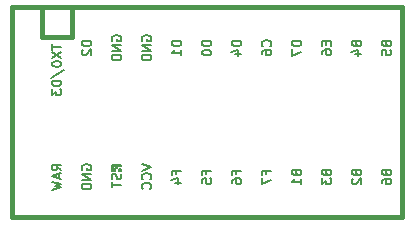
<source format=gbo>
G04 #@! TF.GenerationSoftware,KiCad,Pcbnew,(5.1.4)-1*
G04 #@! TF.CreationDate,2021-09-01T12:37:59-10:00*
G04 #@! TF.ProjectId,oya45,6f796134-352e-46b6-9963-61645f706362,rev?*
G04 #@! TF.SameCoordinates,Original*
G04 #@! TF.FileFunction,Legend,Bot*
G04 #@! TF.FilePolarity,Positive*
%FSLAX46Y46*%
G04 Gerber Fmt 4.6, Leading zero omitted, Abs format (unit mm)*
G04 Created by KiCad (PCBNEW (5.1.4)-1) date 2021-09-01 12:37:59*
%MOMM*%
%LPD*%
G04 APERTURE LIST*
%ADD10C,0.381000*%
%ADD11C,0.150000*%
%ADD12C,1.852000*%
%ADD13C,4.089800*%
%ADD14R,1.854600X1.854600*%
%ADD15C,1.854600*%
%ADD16C,3.150000*%
G04 APERTURE END LIST*
D10*
X102235000Y-29210000D02*
X132715000Y-29210000D01*
X132715000Y-29210000D02*
X132715000Y-46990000D01*
X132715000Y-46990000D02*
X102235000Y-46990000D01*
X102235000Y-31750000D02*
X104775000Y-31750000D01*
X104775000Y-31750000D02*
X104775000Y-29210000D01*
D11*
G36*
X108114360Y-43031568D02*
G01*
X108414360Y-43031568D01*
X108414360Y-42931568D01*
X108114360Y-42931568D01*
X108114360Y-43031568D01*
G37*
X108114360Y-43031568D02*
X108414360Y-43031568D01*
X108414360Y-42931568D01*
X108114360Y-42931568D01*
X108114360Y-43031568D01*
G36*
X108514360Y-42831568D02*
G01*
X108614360Y-42831568D01*
X108614360Y-42731568D01*
X108514360Y-42731568D01*
X108514360Y-42831568D01*
G37*
X108514360Y-42831568D02*
X108614360Y-42831568D01*
X108614360Y-42731568D01*
X108514360Y-42731568D01*
X108514360Y-42831568D01*
G36*
X108114360Y-43031568D02*
G01*
X108214360Y-43031568D01*
X108214360Y-42531568D01*
X108114360Y-42531568D01*
X108114360Y-43031568D01*
G37*
X108114360Y-43031568D02*
X108214360Y-43031568D01*
X108214360Y-42531568D01*
X108114360Y-42531568D01*
X108114360Y-43031568D01*
G36*
X108114360Y-42631568D02*
G01*
X108914360Y-42631568D01*
X108914360Y-42531568D01*
X108114360Y-42531568D01*
X108114360Y-42631568D01*
G37*
X108114360Y-42631568D02*
X108914360Y-42631568D01*
X108914360Y-42531568D01*
X108114360Y-42531568D01*
X108114360Y-42631568D01*
G36*
X108714360Y-43031568D02*
G01*
X108914360Y-43031568D01*
X108914360Y-42931568D01*
X108714360Y-42931568D01*
X108714360Y-43031568D01*
G37*
X108714360Y-43031568D02*
X108914360Y-43031568D01*
X108914360Y-42931568D01*
X108714360Y-42931568D01*
X108714360Y-43031568D01*
D10*
X102235000Y-46990000D02*
X99695000Y-46990000D01*
X99695000Y-46990000D02*
X99695000Y-29210000D01*
X99695000Y-29210000D02*
X102235000Y-29210000D01*
X102235000Y-31750000D02*
X102235000Y-29210000D01*
D11*
X128847857Y-43237190D02*
X128885952Y-43351476D01*
X128924047Y-43389571D01*
X129000238Y-43427666D01*
X129114523Y-43427666D01*
X129190714Y-43389571D01*
X129228809Y-43351476D01*
X129266904Y-43275285D01*
X129266904Y-42970523D01*
X128466904Y-42970523D01*
X128466904Y-43237190D01*
X128505000Y-43313380D01*
X128543095Y-43351476D01*
X128619285Y-43389571D01*
X128695476Y-43389571D01*
X128771666Y-43351476D01*
X128809761Y-43313380D01*
X128847857Y-43237190D01*
X128847857Y-42970523D01*
X128543095Y-43732428D02*
X128505000Y-43770523D01*
X128466904Y-43846714D01*
X128466904Y-44037190D01*
X128505000Y-44113380D01*
X128543095Y-44151476D01*
X128619285Y-44189571D01*
X128695476Y-44189571D01*
X128809761Y-44151476D01*
X129266904Y-43694333D01*
X129266904Y-44189571D01*
X121227857Y-43294333D02*
X121227857Y-43027666D01*
X121646904Y-43027666D02*
X120846904Y-43027666D01*
X120846904Y-43408619D01*
X120846904Y-43637190D02*
X120846904Y-44170523D01*
X121646904Y-43827666D01*
X118687857Y-43294333D02*
X118687857Y-43027666D01*
X119106904Y-43027666D02*
X118306904Y-43027666D01*
X118306904Y-43408619D01*
X118306904Y-44056238D02*
X118306904Y-43903857D01*
X118345000Y-43827666D01*
X118383095Y-43789571D01*
X118497380Y-43713380D01*
X118649761Y-43675285D01*
X118954523Y-43675285D01*
X119030714Y-43713380D01*
X119068809Y-43751476D01*
X119106904Y-43827666D01*
X119106904Y-43980047D01*
X119068809Y-44056238D01*
X119030714Y-44094333D01*
X118954523Y-44132428D01*
X118764047Y-44132428D01*
X118687857Y-44094333D01*
X118649761Y-44056238D01*
X118611666Y-43980047D01*
X118611666Y-43827666D01*
X118649761Y-43751476D01*
X118687857Y-43713380D01*
X118764047Y-43675285D01*
X116147857Y-43294333D02*
X116147857Y-43027666D01*
X116566904Y-43027666D02*
X115766904Y-43027666D01*
X115766904Y-43408619D01*
X115766904Y-44094333D02*
X115766904Y-43713380D01*
X116147857Y-43675285D01*
X116109761Y-43713380D01*
X116071666Y-43789571D01*
X116071666Y-43980047D01*
X116109761Y-44056238D01*
X116147857Y-44094333D01*
X116224047Y-44132428D01*
X116414523Y-44132428D01*
X116490714Y-44094333D01*
X116528809Y-44056238D01*
X116566904Y-43980047D01*
X116566904Y-43789571D01*
X116528809Y-43713380D01*
X116490714Y-43675285D01*
X103866904Y-43008619D02*
X103485952Y-42741952D01*
X103866904Y-42551476D02*
X103066904Y-42551476D01*
X103066904Y-42856238D01*
X103105000Y-42932428D01*
X103143095Y-42970523D01*
X103219285Y-43008619D01*
X103333571Y-43008619D01*
X103409761Y-42970523D01*
X103447857Y-42932428D01*
X103485952Y-42856238D01*
X103485952Y-42551476D01*
X103638333Y-43313380D02*
X103638333Y-43694333D01*
X103866904Y-43237190D02*
X103066904Y-43503857D01*
X103866904Y-43770523D01*
X103066904Y-43961000D02*
X103866904Y-44151476D01*
X103295476Y-44303857D01*
X103866904Y-44456238D01*
X103066904Y-44646714D01*
X105645000Y-42951476D02*
X105606904Y-42875285D01*
X105606904Y-42761000D01*
X105645000Y-42646714D01*
X105721190Y-42570523D01*
X105797380Y-42532428D01*
X105949761Y-42494333D01*
X106064047Y-42494333D01*
X106216428Y-42532428D01*
X106292619Y-42570523D01*
X106368809Y-42646714D01*
X106406904Y-42761000D01*
X106406904Y-42837190D01*
X106368809Y-42951476D01*
X106330714Y-42989571D01*
X106064047Y-42989571D01*
X106064047Y-42837190D01*
X106406904Y-43332428D02*
X105606904Y-43332428D01*
X106406904Y-43789571D01*
X105606904Y-43789571D01*
X106406904Y-44170523D02*
X105606904Y-44170523D01*
X105606904Y-44361000D01*
X105645000Y-44475285D01*
X105721190Y-44551476D01*
X105797380Y-44589571D01*
X105949761Y-44627666D01*
X106064047Y-44627666D01*
X106216428Y-44589571D01*
X106292619Y-44551476D01*
X106368809Y-44475285D01*
X106406904Y-44361000D01*
X106406904Y-44170523D01*
X108878809Y-43299786D02*
X108916904Y-43414072D01*
X108916904Y-43604548D01*
X108878809Y-43680739D01*
X108840714Y-43718834D01*
X108764523Y-43756929D01*
X108688333Y-43756929D01*
X108612142Y-43718834D01*
X108574047Y-43680739D01*
X108535952Y-43604548D01*
X108497857Y-43452167D01*
X108459761Y-43375977D01*
X108421666Y-43337881D01*
X108345476Y-43299786D01*
X108269285Y-43299786D01*
X108193095Y-43337881D01*
X108155000Y-43375977D01*
X108116904Y-43452167D01*
X108116904Y-43642643D01*
X108155000Y-43756929D01*
X108116904Y-43985500D02*
X108116904Y-44442643D01*
X108916904Y-44214072D02*
X108116904Y-44214072D01*
X110686904Y-42494333D02*
X111486904Y-42761000D01*
X110686904Y-43027666D01*
X111410714Y-43751476D02*
X111448809Y-43713380D01*
X111486904Y-43599095D01*
X111486904Y-43522904D01*
X111448809Y-43408619D01*
X111372619Y-43332428D01*
X111296428Y-43294333D01*
X111144047Y-43256238D01*
X111029761Y-43256238D01*
X110877380Y-43294333D01*
X110801190Y-43332428D01*
X110725000Y-43408619D01*
X110686904Y-43522904D01*
X110686904Y-43599095D01*
X110725000Y-43713380D01*
X110763095Y-43751476D01*
X111410714Y-44551476D02*
X111448809Y-44513380D01*
X111486904Y-44399095D01*
X111486904Y-44322904D01*
X111448809Y-44208619D01*
X111372619Y-44132428D01*
X111296428Y-44094333D01*
X111144047Y-44056238D01*
X111029761Y-44056238D01*
X110877380Y-44094333D01*
X110801190Y-44132428D01*
X110725000Y-44208619D01*
X110686904Y-44322904D01*
X110686904Y-44399095D01*
X110725000Y-44513380D01*
X110763095Y-44551476D01*
X113607857Y-43294333D02*
X113607857Y-43027666D01*
X114026904Y-43027666D02*
X113226904Y-43027666D01*
X113226904Y-43408619D01*
X113493571Y-44056238D02*
X114026904Y-44056238D01*
X113188809Y-43865761D02*
X113760238Y-43675285D01*
X113760238Y-44170523D01*
X123767857Y-43237190D02*
X123805952Y-43351476D01*
X123844047Y-43389571D01*
X123920238Y-43427666D01*
X124034523Y-43427666D01*
X124110714Y-43389571D01*
X124148809Y-43351476D01*
X124186904Y-43275285D01*
X124186904Y-42970523D01*
X123386904Y-42970523D01*
X123386904Y-43237190D01*
X123425000Y-43313380D01*
X123463095Y-43351476D01*
X123539285Y-43389571D01*
X123615476Y-43389571D01*
X123691666Y-43351476D01*
X123729761Y-43313380D01*
X123767857Y-43237190D01*
X123767857Y-42970523D01*
X124186904Y-44189571D02*
X124186904Y-43732428D01*
X124186904Y-43961000D02*
X123386904Y-43961000D01*
X123501190Y-43884809D01*
X123577380Y-43808619D01*
X123615476Y-43732428D01*
X126307857Y-43237190D02*
X126345952Y-43351476D01*
X126384047Y-43389571D01*
X126460238Y-43427666D01*
X126574523Y-43427666D01*
X126650714Y-43389571D01*
X126688809Y-43351476D01*
X126726904Y-43275285D01*
X126726904Y-42970523D01*
X125926904Y-42970523D01*
X125926904Y-43237190D01*
X125965000Y-43313380D01*
X126003095Y-43351476D01*
X126079285Y-43389571D01*
X126155476Y-43389571D01*
X126231666Y-43351476D01*
X126269761Y-43313380D01*
X126307857Y-43237190D01*
X126307857Y-42970523D01*
X125926904Y-43694333D02*
X125926904Y-44189571D01*
X126231666Y-43922904D01*
X126231666Y-44037190D01*
X126269761Y-44113380D01*
X126307857Y-44151476D01*
X126384047Y-44189571D01*
X126574523Y-44189571D01*
X126650714Y-44151476D01*
X126688809Y-44113380D01*
X126726904Y-44037190D01*
X126726904Y-43808619D01*
X126688809Y-43732428D01*
X126650714Y-43694333D01*
X131387857Y-43237190D02*
X131425952Y-43351476D01*
X131464047Y-43389571D01*
X131540238Y-43427666D01*
X131654523Y-43427666D01*
X131730714Y-43389571D01*
X131768809Y-43351476D01*
X131806904Y-43275285D01*
X131806904Y-42970523D01*
X131006904Y-42970523D01*
X131006904Y-43237190D01*
X131045000Y-43313380D01*
X131083095Y-43351476D01*
X131159285Y-43389571D01*
X131235476Y-43389571D01*
X131311666Y-43351476D01*
X131349761Y-43313380D01*
X131387857Y-43237190D01*
X131387857Y-42970523D01*
X131006904Y-44113380D02*
X131006904Y-43961000D01*
X131045000Y-43884809D01*
X131083095Y-43846714D01*
X131197380Y-43770523D01*
X131349761Y-43732428D01*
X131654523Y-43732428D01*
X131730714Y-43770523D01*
X131768809Y-43808619D01*
X131806904Y-43884809D01*
X131806904Y-44037190D01*
X131768809Y-44113380D01*
X131730714Y-44151476D01*
X131654523Y-44189571D01*
X131464047Y-44189571D01*
X131387857Y-44151476D01*
X131349761Y-44113380D01*
X131311666Y-44037190D01*
X131311666Y-43884809D01*
X131349761Y-43808619D01*
X131387857Y-43770523D01*
X131464047Y-43732428D01*
X131387857Y-32315190D02*
X131425952Y-32429476D01*
X131464047Y-32467571D01*
X131540238Y-32505666D01*
X131654523Y-32505666D01*
X131730714Y-32467571D01*
X131768809Y-32429476D01*
X131806904Y-32353285D01*
X131806904Y-32048523D01*
X131006904Y-32048523D01*
X131006904Y-32315190D01*
X131045000Y-32391380D01*
X131083095Y-32429476D01*
X131159285Y-32467571D01*
X131235476Y-32467571D01*
X131311666Y-32429476D01*
X131349761Y-32391380D01*
X131387857Y-32315190D01*
X131387857Y-32048523D01*
X131006904Y-33229476D02*
X131006904Y-32848523D01*
X131387857Y-32810428D01*
X131349761Y-32848523D01*
X131311666Y-32924714D01*
X131311666Y-33115190D01*
X131349761Y-33191380D01*
X131387857Y-33229476D01*
X131464047Y-33267571D01*
X131654523Y-33267571D01*
X131730714Y-33229476D01*
X131768809Y-33191380D01*
X131806904Y-33115190D01*
X131806904Y-32924714D01*
X131768809Y-32848523D01*
X131730714Y-32810428D01*
X128847857Y-32315190D02*
X128885952Y-32429476D01*
X128924047Y-32467571D01*
X129000238Y-32505666D01*
X129114523Y-32505666D01*
X129190714Y-32467571D01*
X129228809Y-32429476D01*
X129266904Y-32353285D01*
X129266904Y-32048523D01*
X128466904Y-32048523D01*
X128466904Y-32315190D01*
X128505000Y-32391380D01*
X128543095Y-32429476D01*
X128619285Y-32467571D01*
X128695476Y-32467571D01*
X128771666Y-32429476D01*
X128809761Y-32391380D01*
X128847857Y-32315190D01*
X128847857Y-32048523D01*
X128733571Y-33191380D02*
X129266904Y-33191380D01*
X128428809Y-33000904D02*
X129000238Y-32810428D01*
X129000238Y-33305666D01*
X126307857Y-32086619D02*
X126307857Y-32353285D01*
X126726904Y-32467571D02*
X126726904Y-32086619D01*
X125926904Y-32086619D01*
X125926904Y-32467571D01*
X125926904Y-33153285D02*
X125926904Y-33000904D01*
X125965000Y-32924714D01*
X126003095Y-32886619D01*
X126117380Y-32810428D01*
X126269761Y-32772333D01*
X126574523Y-32772333D01*
X126650714Y-32810428D01*
X126688809Y-32848523D01*
X126726904Y-32924714D01*
X126726904Y-33077095D01*
X126688809Y-33153285D01*
X126650714Y-33191380D01*
X126574523Y-33229476D01*
X126384047Y-33229476D01*
X126307857Y-33191380D01*
X126269761Y-33153285D01*
X126231666Y-33077095D01*
X126231666Y-32924714D01*
X126269761Y-32848523D01*
X126307857Y-32810428D01*
X126384047Y-32772333D01*
X124186904Y-32048523D02*
X123386904Y-32048523D01*
X123386904Y-32239000D01*
X123425000Y-32353285D01*
X123501190Y-32429476D01*
X123577380Y-32467571D01*
X123729761Y-32505666D01*
X123844047Y-32505666D01*
X123996428Y-32467571D01*
X124072619Y-32429476D01*
X124148809Y-32353285D01*
X124186904Y-32239000D01*
X124186904Y-32048523D01*
X123386904Y-32772333D02*
X123386904Y-33305666D01*
X124186904Y-32962809D01*
X121570714Y-32505666D02*
X121608809Y-32467571D01*
X121646904Y-32353285D01*
X121646904Y-32277095D01*
X121608809Y-32162809D01*
X121532619Y-32086619D01*
X121456428Y-32048523D01*
X121304047Y-32010428D01*
X121189761Y-32010428D01*
X121037380Y-32048523D01*
X120961190Y-32086619D01*
X120885000Y-32162809D01*
X120846904Y-32277095D01*
X120846904Y-32353285D01*
X120885000Y-32467571D01*
X120923095Y-32505666D01*
X120846904Y-33191380D02*
X120846904Y-33039000D01*
X120885000Y-32962809D01*
X120923095Y-32924714D01*
X121037380Y-32848523D01*
X121189761Y-32810428D01*
X121494523Y-32810428D01*
X121570714Y-32848523D01*
X121608809Y-32886619D01*
X121646904Y-32962809D01*
X121646904Y-33115190D01*
X121608809Y-33191380D01*
X121570714Y-33229476D01*
X121494523Y-33267571D01*
X121304047Y-33267571D01*
X121227857Y-33229476D01*
X121189761Y-33191380D01*
X121151666Y-33115190D01*
X121151666Y-32962809D01*
X121189761Y-32886619D01*
X121227857Y-32848523D01*
X121304047Y-32810428D01*
X119106904Y-32048523D02*
X118306904Y-32048523D01*
X118306904Y-32239000D01*
X118345000Y-32353285D01*
X118421190Y-32429476D01*
X118497380Y-32467571D01*
X118649761Y-32505666D01*
X118764047Y-32505666D01*
X118916428Y-32467571D01*
X118992619Y-32429476D01*
X119068809Y-32353285D01*
X119106904Y-32239000D01*
X119106904Y-32048523D01*
X118573571Y-33191380D02*
X119106904Y-33191380D01*
X118268809Y-33000904D02*
X118840238Y-32810428D01*
X118840238Y-33305666D01*
X108185000Y-32029476D02*
X108146904Y-31953285D01*
X108146904Y-31839000D01*
X108185000Y-31724714D01*
X108261190Y-31648523D01*
X108337380Y-31610428D01*
X108489761Y-31572333D01*
X108604047Y-31572333D01*
X108756428Y-31610428D01*
X108832619Y-31648523D01*
X108908809Y-31724714D01*
X108946904Y-31839000D01*
X108946904Y-31915190D01*
X108908809Y-32029476D01*
X108870714Y-32067571D01*
X108604047Y-32067571D01*
X108604047Y-31915190D01*
X108946904Y-32410428D02*
X108146904Y-32410428D01*
X108946904Y-32867571D01*
X108146904Y-32867571D01*
X108946904Y-33248523D02*
X108146904Y-33248523D01*
X108146904Y-33439000D01*
X108185000Y-33553285D01*
X108261190Y-33629476D01*
X108337380Y-33667571D01*
X108489761Y-33705666D01*
X108604047Y-33705666D01*
X108756428Y-33667571D01*
X108832619Y-33629476D01*
X108908809Y-33553285D01*
X108946904Y-33439000D01*
X108946904Y-33248523D01*
X110725000Y-32029476D02*
X110686904Y-31953285D01*
X110686904Y-31839000D01*
X110725000Y-31724714D01*
X110801190Y-31648523D01*
X110877380Y-31610428D01*
X111029761Y-31572333D01*
X111144047Y-31572333D01*
X111296428Y-31610428D01*
X111372619Y-31648523D01*
X111448809Y-31724714D01*
X111486904Y-31839000D01*
X111486904Y-31915190D01*
X111448809Y-32029476D01*
X111410714Y-32067571D01*
X111144047Y-32067571D01*
X111144047Y-31915190D01*
X111486904Y-32410428D02*
X110686904Y-32410428D01*
X111486904Y-32867571D01*
X110686904Y-32867571D01*
X111486904Y-33248523D02*
X110686904Y-33248523D01*
X110686904Y-33439000D01*
X110725000Y-33553285D01*
X110801190Y-33629476D01*
X110877380Y-33667571D01*
X111029761Y-33705666D01*
X111144047Y-33705666D01*
X111296428Y-33667571D01*
X111372619Y-33629476D01*
X111448809Y-33553285D01*
X111486904Y-33439000D01*
X111486904Y-33248523D01*
X114026904Y-32048523D02*
X113226904Y-32048523D01*
X113226904Y-32239000D01*
X113265000Y-32353285D01*
X113341190Y-32429476D01*
X113417380Y-32467571D01*
X113569761Y-32505666D01*
X113684047Y-32505666D01*
X113836428Y-32467571D01*
X113912619Y-32429476D01*
X113988809Y-32353285D01*
X114026904Y-32239000D01*
X114026904Y-32048523D01*
X114026904Y-33267571D02*
X114026904Y-32810428D01*
X114026904Y-33039000D02*
X113226904Y-33039000D01*
X113341190Y-32962809D01*
X113417380Y-32886619D01*
X113455476Y-32810428D01*
X116566904Y-32048523D02*
X115766904Y-32048523D01*
X115766904Y-32239000D01*
X115805000Y-32353285D01*
X115881190Y-32429476D01*
X115957380Y-32467571D01*
X116109761Y-32505666D01*
X116224047Y-32505666D01*
X116376428Y-32467571D01*
X116452619Y-32429476D01*
X116528809Y-32353285D01*
X116566904Y-32239000D01*
X116566904Y-32048523D01*
X115766904Y-33000904D02*
X115766904Y-33077095D01*
X115805000Y-33153285D01*
X115843095Y-33191380D01*
X115919285Y-33229476D01*
X116071666Y-33267571D01*
X116262142Y-33267571D01*
X116414523Y-33229476D01*
X116490714Y-33191380D01*
X116528809Y-33153285D01*
X116566904Y-33077095D01*
X116566904Y-33000904D01*
X116528809Y-32924714D01*
X116490714Y-32886619D01*
X116414523Y-32848523D01*
X116262142Y-32810428D01*
X116071666Y-32810428D01*
X115919285Y-32848523D01*
X115843095Y-32886619D01*
X115805000Y-32924714D01*
X115766904Y-33000904D01*
X106406904Y-32048523D02*
X105606904Y-32048523D01*
X105606904Y-32239000D01*
X105645000Y-32353285D01*
X105721190Y-32429476D01*
X105797380Y-32467571D01*
X105949761Y-32505666D01*
X106064047Y-32505666D01*
X106216428Y-32467571D01*
X106292619Y-32429476D01*
X106368809Y-32353285D01*
X106406904Y-32239000D01*
X106406904Y-32048523D01*
X105683095Y-32810428D02*
X105645000Y-32848523D01*
X105606904Y-32924714D01*
X105606904Y-33115190D01*
X105645000Y-33191380D01*
X105683095Y-33229476D01*
X105759285Y-33267571D01*
X105835476Y-33267571D01*
X105949761Y-33229476D01*
X106406904Y-32772333D01*
X106406904Y-33267571D01*
X103066904Y-32337651D02*
X103066904Y-32794794D01*
X103866904Y-32566223D02*
X103066904Y-32566223D01*
X103066904Y-32985270D02*
X103866904Y-33518604D01*
X103066904Y-33518604D02*
X103866904Y-32985270D01*
X103066904Y-33975747D02*
X103066904Y-34051937D01*
X103105000Y-34128128D01*
X103143095Y-34166223D01*
X103219285Y-34204318D01*
X103371666Y-34242413D01*
X103562142Y-34242413D01*
X103714523Y-34204318D01*
X103790714Y-34166223D01*
X103828809Y-34128128D01*
X103866904Y-34051937D01*
X103866904Y-33975747D01*
X103828809Y-33899556D01*
X103790714Y-33861461D01*
X103714523Y-33823366D01*
X103562142Y-33785270D01*
X103371666Y-33785270D01*
X103219285Y-33823366D01*
X103143095Y-33861461D01*
X103105000Y-33899556D01*
X103066904Y-33975747D01*
X103028809Y-35156699D02*
X104057380Y-34470985D01*
X103866904Y-35423366D02*
X103066904Y-35423366D01*
X103066904Y-35613842D01*
X103105000Y-35728128D01*
X103181190Y-35804318D01*
X103257380Y-35842413D01*
X103409761Y-35880508D01*
X103524047Y-35880508D01*
X103676428Y-35842413D01*
X103752619Y-35804318D01*
X103828809Y-35728128D01*
X103866904Y-35613842D01*
X103866904Y-35423366D01*
X103066904Y-36147175D02*
X103066904Y-36642413D01*
X103371666Y-36375747D01*
X103371666Y-36490032D01*
X103409761Y-36566223D01*
X103447857Y-36604318D01*
X103524047Y-36642413D01*
X103714523Y-36642413D01*
X103790714Y-36604318D01*
X103828809Y-36566223D01*
X103866904Y-36490032D01*
X103866904Y-36261461D01*
X103828809Y-36185270D01*
X103790714Y-36147175D01*
%LPC*%
D12*
X90170000Y-114300000D03*
X100330000Y-114300000D03*
D13*
X95250000Y-114300000D03*
D12*
X166370000Y-114300000D03*
X176530000Y-114300000D03*
D13*
X171450000Y-114300000D03*
D12*
X137795000Y-38100000D03*
X147955000Y-38100000D03*
D13*
X142875000Y-38100000D03*
D12*
X194945000Y-38100000D03*
X205105000Y-38100000D03*
D13*
X200025000Y-38100000D03*
D12*
X213995000Y-38100000D03*
X224155000Y-38100000D03*
D13*
X219075000Y-38100000D03*
D14*
X103505000Y-30480000D03*
D15*
X106045000Y-30480000D03*
X108585000Y-30480000D03*
X111125000Y-30480000D03*
X113665000Y-30480000D03*
X116205000Y-30480000D03*
X118745000Y-30480000D03*
X121285000Y-30480000D03*
X123825000Y-30480000D03*
X126365000Y-30480000D03*
X128905000Y-30480000D03*
X131445000Y-45720000D03*
X128905000Y-45720000D03*
X126365000Y-45720000D03*
X123825000Y-45720000D03*
X121285000Y-45720000D03*
X118745000Y-45720000D03*
X116205000Y-45720000D03*
X113665000Y-45720000D03*
X111125000Y-45720000D03*
X108585000Y-45720000D03*
X106045000Y-45720000D03*
X131445000Y-30480000D03*
X103505000Y-45720000D03*
D13*
X150018750Y-106045000D03*
X173831250Y-106045000D03*
D16*
X150018750Y-121285000D03*
X173831250Y-121285000D03*
D12*
X156845000Y-114300000D03*
X167005000Y-114300000D03*
D13*
X161925000Y-114300000D03*
X111918750Y-106045000D03*
X135731250Y-106045000D03*
D16*
X111918750Y-121285000D03*
X135731250Y-121285000D03*
D12*
X118745000Y-114300000D03*
X128905000Y-114300000D03*
D13*
X123825000Y-114300000D03*
X142875000Y-114300000D03*
D12*
X147955000Y-114300000D03*
X137795000Y-114300000D03*
D16*
X190500000Y-121285000D03*
X95250000Y-121285000D03*
D13*
X190500000Y-106045000D03*
X95250000Y-106045000D03*
D12*
X175895000Y-38100000D03*
X186055000Y-38100000D03*
D13*
X180975000Y-38100000D03*
D12*
X156845000Y-38100000D03*
X167005000Y-38100000D03*
D13*
X161925000Y-38100000D03*
D12*
X223520000Y-114300000D03*
X233680000Y-114300000D03*
D13*
X228600000Y-114300000D03*
D12*
X204470000Y-114300000D03*
X214630000Y-114300000D03*
D13*
X209550000Y-114300000D03*
D12*
X185420000Y-114300000D03*
X195580000Y-114300000D03*
D13*
X190500000Y-114300000D03*
D12*
X147320000Y-114300000D03*
X157480000Y-114300000D03*
D13*
X152400000Y-114300000D03*
D12*
X128270000Y-114300000D03*
X138430000Y-114300000D03*
D13*
X133350000Y-114300000D03*
D12*
X109220000Y-114300000D03*
X119380000Y-114300000D03*
D13*
X114300000Y-114300000D03*
D12*
X71120000Y-114300000D03*
X81280000Y-114300000D03*
D13*
X76200000Y-114300000D03*
D12*
X52070000Y-114300000D03*
X62230000Y-114300000D03*
D13*
X57150000Y-114300000D03*
D12*
X223520000Y-95250000D03*
X233680000Y-95250000D03*
D13*
X228600000Y-95250000D03*
D12*
X204470000Y-95250000D03*
X214630000Y-95250000D03*
D13*
X209550000Y-95250000D03*
D12*
X185420000Y-95250000D03*
X195580000Y-95250000D03*
D13*
X190500000Y-95250000D03*
D12*
X166370000Y-95250000D03*
X176530000Y-95250000D03*
D13*
X171450000Y-95250000D03*
D12*
X147320000Y-95250000D03*
X157480000Y-95250000D03*
D13*
X152400000Y-95250000D03*
D12*
X128270000Y-95250000D03*
X138430000Y-95250000D03*
D13*
X133350000Y-95250000D03*
D12*
X109220000Y-95250000D03*
X119380000Y-95250000D03*
D13*
X114300000Y-95250000D03*
D12*
X90170000Y-95250000D03*
X100330000Y-95250000D03*
D13*
X95250000Y-95250000D03*
D12*
X71120000Y-95250000D03*
X81280000Y-95250000D03*
D13*
X76200000Y-95250000D03*
D12*
X52070000Y-95250000D03*
X62230000Y-95250000D03*
D13*
X57150000Y-95250000D03*
D12*
X223520000Y-76200000D03*
X233680000Y-76200000D03*
D13*
X228600000Y-76200000D03*
D12*
X204470000Y-76200000D03*
X214630000Y-76200000D03*
D13*
X209550000Y-76200000D03*
D12*
X185420000Y-76200000D03*
X195580000Y-76200000D03*
D13*
X190500000Y-76200000D03*
D12*
X166370000Y-76200000D03*
X176530000Y-76200000D03*
D13*
X171450000Y-76200000D03*
D12*
X147320000Y-76200000D03*
X157480000Y-76200000D03*
D13*
X152400000Y-76200000D03*
D12*
X128270000Y-76200000D03*
X138430000Y-76200000D03*
D13*
X133350000Y-76200000D03*
D12*
X109220000Y-76200000D03*
X119380000Y-76200000D03*
D13*
X114300000Y-76200000D03*
D12*
X90170000Y-76200000D03*
X100330000Y-76200000D03*
D13*
X95250000Y-76200000D03*
D12*
X71120000Y-76200000D03*
X81280000Y-76200000D03*
D13*
X76200000Y-76200000D03*
D12*
X52070000Y-76200000D03*
X62230000Y-76200000D03*
D13*
X57150000Y-76200000D03*
D12*
X223520000Y-57150000D03*
X233680000Y-57150000D03*
D13*
X228600000Y-57150000D03*
D12*
X204470000Y-57150000D03*
X214630000Y-57150000D03*
D13*
X209550000Y-57150000D03*
D12*
X185420000Y-57150000D03*
X195580000Y-57150000D03*
D13*
X190500000Y-57150000D03*
D12*
X166370000Y-57150000D03*
X176530000Y-57150000D03*
D13*
X171450000Y-57150000D03*
D12*
X147320000Y-57150000D03*
X157480000Y-57150000D03*
D13*
X152400000Y-57150000D03*
D12*
X128270000Y-57150000D03*
X138430000Y-57150000D03*
D13*
X133350000Y-57150000D03*
D12*
X109220000Y-57150000D03*
X119380000Y-57150000D03*
D13*
X114300000Y-57150000D03*
D12*
X90170000Y-57150000D03*
X100330000Y-57150000D03*
D13*
X95250000Y-57150000D03*
D12*
X71120000Y-57150000D03*
X81280000Y-57150000D03*
D13*
X76200000Y-57150000D03*
D12*
X52070000Y-57150000D03*
X62230000Y-57150000D03*
D13*
X57150000Y-57150000D03*
M02*

</source>
